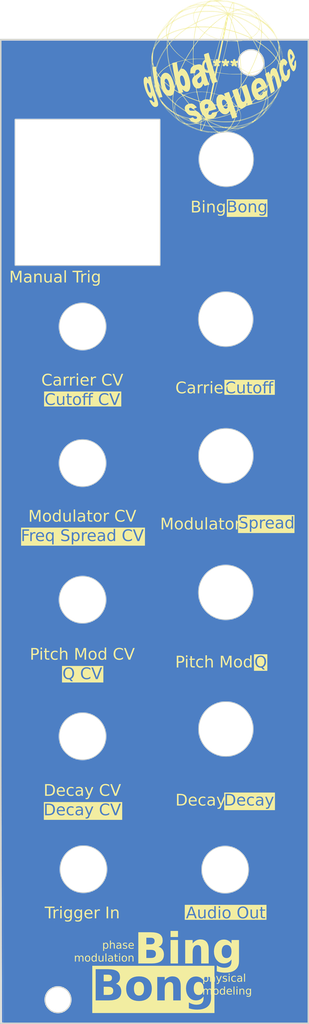
<source format=kicad_pcb>
(kicad_pcb (version 20240108) (generator "pcbnew") (generator_version "8.0")
  (layers (0 "F.Cu" signal) (31 "B.Cu" signal) (34 "B.Paste" user) (35 "F.Paste" user) (36 "B.SilkS" user "B.Silkscreen") (37 "F.SilkS" user "F.Silkscreen") (38 "B.Mask" user) (39 "F.Mask" user) (44 "Edge.Cuts" user))
  (net 0 "")
  (footprint "LOGO" (layer "F.Cu") (at 156.7 39.1)
    (property "Reference" "G***" (at 0 0 0) (layer "F.SilkS") (effects (font (size 1.5 1.5) (thickness 0.3))))
    (property "Value" "LOGO" (hide yes))
  )
  (gr_circle (center 157.5034 89.950533) (end 161.0684 89.950533) (stroke (width 0.1)) (fill none) (layer "Edge.Cuts"))
  (gr_circle (center 157.5 125.64) (end 161.065 125.64) (stroke (width 0.1)) (fill none) (layer "Edge.Cuts"))
  (gr_circle (center 157.4038 144.0042) (end 160.4688 144.0042) (stroke (width 0.1)) (fill none) (layer "Edge.Cuts"))
  (gr_circle (center 138.7186 73.062) (end 141.7836 73.062) (stroke (width 0.1)) (fill none) (layer "Edge.Cuts"))
  (gr_rect (start 128.0004 35.584) (end 168.3004 164.084) (stroke (width 0.2)) (fill none) (layer "Edge.Cuts"))
  (gr_circle (center 138.7186 108.747332) (end 141.7836 108.747332) (stroke (width 0.1)) (fill none) (layer "Edge.Cuts"))
  (gr_circle (center 138.8364 143.9534) (end 141.9014 143.9534) (stroke (width 0.1)) (fill none) (layer "Edge.Cuts"))
  (gr_circle (center 157.5434 51.218) (end 161.1084 51.218) (stroke (width 0.1)) (fill none) (layer "Edge.Cuts"))
  (gr_circle (center 138.7186 90.904666) (end 141.7836 90.904666) (stroke (width 0.1)) (fill none) (layer "Edge.Cuts"))
  (gr_rect (start 129.8702 45.9856) (end 148.8694 65.0864) (stroke (width 0.1)) (fill none) (layer "Edge.Cuts"))
  (gr_circle (center 160.8 38.6) (end 162.5 38.6) (stroke (width 0.15)) (fill none) (layer "Edge.Cuts"))
  (gr_circle (center 157.48 72.1058) (end 161.045 72.1058) (stroke (width 0.1)) (fill none) (layer "Edge.Cuts"))
  (gr_circle (center 157.48 107.795266) (end 161.045 107.795266) (stroke (width 0.1)) (fill none) (layer "Edge.Cuts"))
  (gr_circle (center 135.5 161) (end 137.2 161) (stroke (width 0.15)) (fill none) (layer "Edge.Cuts"))
  (gr_circle (center 138.7186 126.59) (end 141.7836 126.59) (stroke (width 0.1)) (fill none) (layer "Edge.Cuts"))
  (gr_text "Decay\n" (at 160.528 135.89 0) (layer "F.SilkS" knockout) (effects (font (size 1.5 1.5) (thickness 0.25)) (justify bottom)))
  (gr_text "Pitch Mod\n" (at 155.956 117.856 0) (layer "F.SilkS") (effects (font (size 1.5 1.5) (thickness 0.25)) (justify bottom)))
  (gr_text "Decay CV\n" (at 138.684 137.16 0) (layer "F.SilkS" knockout) (effects (font (size 1.5 1.5) (thickness 0.25)) (justify bottom)))
  (gr_text "Spread" (at 162.814 99.694 0) (layer "F.SilkS" knockout) (effects (font (size 1.5 1.5) (thickness 0.25)) (justify bottom)))
  (gr_text "Audio Out" (at 157.48 150.622 0) (layer "F.SilkS" knockout) (effects (font (size 1.5 1.5) (thickness 0.25)) (justify bottom)))
  (gr_text "physical\nmodeling" (at 154.4 160.5 0) (layer "F.SilkS") (effects (font (size 1 1)) (justify left bottom)))
  (gr_text "Trigger In\n" (at 138.684 150.622 0) (layer "F.SilkS") (effects (font (size 1.5 1.5) (thickness 0.25)) (justify bottom)))
  (gr_text "Bing" (at 145.51 156.944 0) (layer "F.SilkS") (effects (font (size 4 4) (thickness 0.6) (bold yes)) (justify left bottom)))
  (gr_text "Pitch Mod CV" (at 138.684 116.84 0) (layer "F.SilkS") (effects (font (size 1.5 1.5) (thickness 0.25)) (justify bottom)))
  (gr_text "Cutoff CV" (at 138.684 83.566 0) (layer "F.SilkS" knockout) (effects (font (size 1.5 1.5) (thickness 0.25)) (justify bottom)))
  (gr_text "Q CV" (at 138.684 119.38 0) (layer "F.SilkS" knockout) (effects (font (size 1.5 1.5) (thickness 0.25)) (justify bottom)))
  (gr_text "Bong" (at 160.274 58.4 0) (layer "F.SilkS" knockout) (effects (font (size 1.5 1.5) (thickness 0.25)) (justify bottom)))
  (gr_text "Q" (at 162.052 117.856 0) (layer "F.SilkS" knockout) (effects (font (size 1.5 1.5) (thickness 0.25)) (justify bottom)))
  (gr_text "Modulator CV" (at 138.684 98.806 0) (layer "F.SilkS") (effects (font (size 1.5 1.5) (thickness 0.25)) (justify bottom)))
  (gr_text "Freq Spread CV" (at 138.684 101.346 0) (layer "F.SilkS" knockout) (effects (font (size 1.5 1.5) (thickness 0.25)) (justify bottom)))
  (gr_text "Modulator" (at 154.178 99.822 0) (layer "F.SilkS") (effects (font (size 1.5 1.5) (thickness 0.25)) (justify bottom)))
  (gr_text "Bing" (at 155.194 58.42 0) (layer "F.SilkS") (effects (font (size 1.5 1.5) (thickness 0.25)) (justify bottom)))
  (gr_text "Carrier" (at 150.876 82.042 0) (layer "F.SilkS") (effects (font (size 1.5 1.5) (thickness 0.25)) (justify left bottom)))
  (gr_text "Bong" (at 139.922 161.77 0) (layer "F.SilkS" knockout) (effects (font (size 4 4) (thickness 0.6) (bold yes)) (justify left bottom)))
  (gr_text "phase\nmodulation" (at 145.51 156.182 0) (layer "F.SilkS") (effects (font (size 1 1)) (justify right bottom)))
  (gr_text "Cutoff" (at 160.528 82.042 0) (layer "F.SilkS" knockout) (effects (font (size 1.5 1.5) (thickness 0.25)) (justify bottom)))
  (gr_text "Decay CV\n" (at 138.684 134.62 0) (layer "F.SilkS") (effects (font (size 1.5 1.5) (thickness 0.25)) (justify bottom)))
  (gr_text "Carrier CV" (at 138.684 81.026 0) (layer "F.SilkS") (effects (font (size 1.5 1.5) (thickness 0.25)) (justify bottom)))
  (gr_text "Manual Trig" (at 135.128 67.564 0) (layer "F.SilkS") (effects (font (size 1.5 1.5) (thickness 0.25)) (justify bottom)))
  (gr_text "Decay\n" (at 154.178 135.89 0) (layer "F.SilkS") (effects (font (size 1.5 1.5) (thickness 0.25)) (justify bottom)))
  (zone (net 0) (net_name "") (layers "F&B.Cu") (priority 1) (connect_pads (clearance 0.5)) (min_thickness 0.25) (fill yes (thermal_gap 0.5) (thermal_bridge_width 0.5))
    (polygon (pts (xy 127.9144 35.724) (xy 168.3004 35.724) (xy 168.3004 163.994) (xy 128.1684 163.994)))
  )
)
</source>
